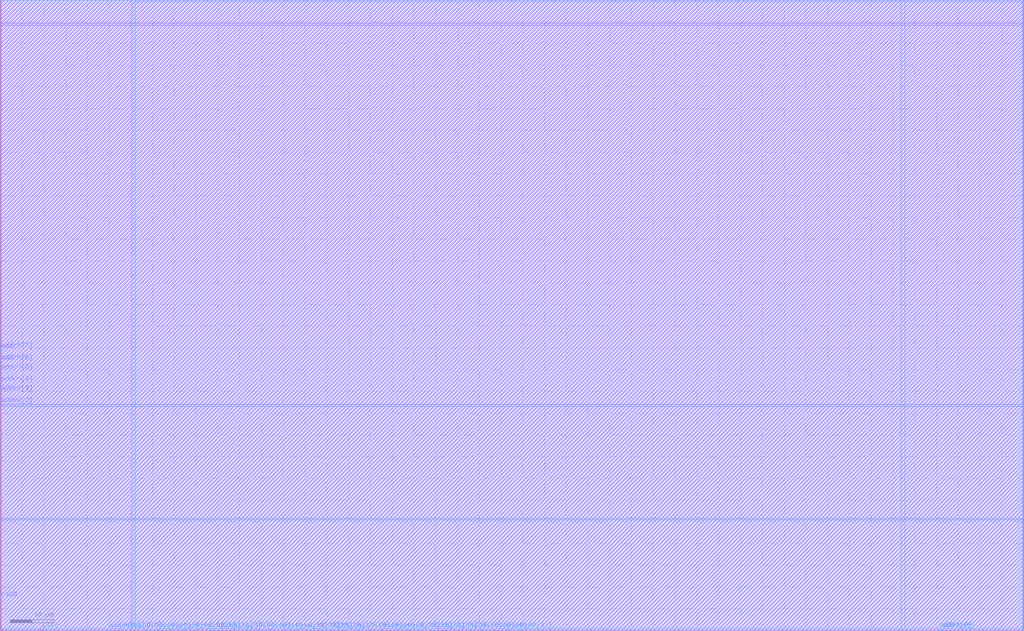
<source format=lef>
VERSION 5.4 ;
NAMESCASESENSITIVE ON ;
BUSBITCHARS "[]" ;
DIVIDERCHAR "/" ;
UNITS
  DATABASE MICRONS 2000 ;
END UNITS
MACRO sram_0rw1r1w_32_256_freepdk45
   CLASS BLOCK ;
   SIZE 235.065 BY 145.01 ;
   SYMMETRY X Y R90 ;
   PIN din0[0]
      DIRECTION INPUT ;
      PORT
         LAYER metal4 ;
         RECT  30.5625 0.0 30.7025 0.14 ;
      END
   END din0[0]
   PIN din0[1]
      DIRECTION INPUT ;
      PORT
         LAYER metal4 ;
         RECT  33.4225 0.0 33.5625 0.14 ;
      END
   END din0[1]
   PIN din0[2]
      DIRECTION INPUT ;
      PORT
         LAYER metal4 ;
         RECT  36.2825 0.0 36.4225 0.14 ;
      END
   END din0[2]
   PIN din0[3]
      DIRECTION INPUT ;
      PORT
         LAYER metal4 ;
         RECT  39.1425 0.0 39.2825 0.14 ;
      END
   END din0[3]
   PIN din0[4]
      DIRECTION INPUT ;
      PORT
         LAYER metal4 ;
         RECT  42.0025 0.0 42.1425 0.14 ;
      END
   END din0[4]
   PIN din0[5]
      DIRECTION INPUT ;
      PORT
         LAYER metal4 ;
         RECT  44.8625 0.0 45.0025 0.14 ;
      END
   END din0[5]
   PIN din0[6]
      DIRECTION INPUT ;
      PORT
         LAYER metal4 ;
         RECT  47.7225 0.0 47.8625 0.14 ;
      END
   END din0[6]
   PIN din0[7]
      DIRECTION INPUT ;
      PORT
         LAYER metal4 ;
         RECT  50.5825 0.0 50.7225 0.14 ;
      END
   END din0[7]
   PIN din0[8]
      DIRECTION INPUT ;
      PORT
         LAYER metal4 ;
         RECT  53.4425 0.0 53.5825 0.14 ;
      END
   END din0[8]
   PIN din0[9]
      DIRECTION INPUT ;
      PORT
         LAYER metal4 ;
         RECT  56.3025 0.0 56.4425 0.14 ;
      END
   END din0[9]
   PIN din0[10]
      DIRECTION INPUT ;
      PORT
         LAYER metal4 ;
         RECT  59.1625 0.0 59.3025 0.14 ;
      END
   END din0[10]
   PIN din0[11]
      DIRECTION INPUT ;
      PORT
         LAYER metal4 ;
         RECT  62.0225 0.0 62.1625 0.14 ;
      END
   END din0[11]
   PIN din0[12]
      DIRECTION INPUT ;
      PORT
         LAYER metal4 ;
         RECT  64.8825 0.0 65.0225 0.14 ;
      END
   END din0[12]
   PIN din0[13]
      DIRECTION INPUT ;
      PORT
         LAYER metal4 ;
         RECT  67.7425 0.0 67.8825 0.14 ;
      END
   END din0[13]
   PIN din0[14]
      DIRECTION INPUT ;
      PORT
         LAYER metal4 ;
         RECT  70.6025 0.0 70.7425 0.14 ;
      END
   END din0[14]
   PIN din0[15]
      DIRECTION INPUT ;
      PORT
         LAYER metal4 ;
         RECT  73.4625 0.0 73.6025 0.14 ;
      END
   END din0[15]
   PIN din0[16]
      DIRECTION INPUT ;
      PORT
         LAYER metal4 ;
         RECT  76.3225 0.0 76.4625 0.14 ;
      END
   END din0[16]
   PIN din0[17]
      DIRECTION INPUT ;
      PORT
         LAYER metal4 ;
         RECT  79.1825 0.0 79.3225 0.14 ;
      END
   END din0[17]
   PIN din0[18]
      DIRECTION INPUT ;
      PORT
         LAYER metal4 ;
         RECT  82.0425 0.0 82.1825 0.14 ;
      END
   END din0[18]
   PIN din0[19]
      DIRECTION INPUT ;
      PORT
         LAYER metal4 ;
         RECT  84.9025 0.0 85.0425 0.14 ;
      END
   END din0[19]
   PIN din0[20]
      DIRECTION INPUT ;
      PORT
         LAYER metal4 ;
         RECT  87.7625 0.0 87.9025 0.14 ;
      END
   END din0[20]
   PIN din0[21]
      DIRECTION INPUT ;
      PORT
         LAYER metal4 ;
         RECT  90.6225 0.0 90.7625 0.14 ;
      END
   END din0[21]
   PIN din0[22]
      DIRECTION INPUT ;
      PORT
         LAYER metal4 ;
         RECT  93.4825 0.0 93.6225 0.14 ;
      END
   END din0[22]
   PIN din0[23]
      DIRECTION INPUT ;
      PORT
         LAYER metal4 ;
         RECT  96.3425 0.0 96.4825 0.14 ;
      END
   END din0[23]
   PIN din0[24]
      DIRECTION INPUT ;
      PORT
         LAYER metal4 ;
         RECT  99.2025 0.0 99.3425 0.14 ;
      END
   END din0[24]
   PIN din0[25]
      DIRECTION INPUT ;
      PORT
         LAYER metal4 ;
         RECT  102.0625 0.0 102.2025 0.14 ;
      END
   END din0[25]
   PIN din0[26]
      DIRECTION INPUT ;
      PORT
         LAYER metal4 ;
         RECT  104.9225 0.0 105.0625 0.14 ;
      END
   END din0[26]
   PIN din0[27]
      DIRECTION INPUT ;
      PORT
         LAYER metal4 ;
         RECT  107.7825 0.0 107.9225 0.14 ;
      END
   END din0[27]
   PIN din0[28]
      DIRECTION INPUT ;
      PORT
         LAYER metal4 ;
         RECT  110.6425 0.0 110.7825 0.14 ;
      END
   END din0[28]
   PIN din0[29]
      DIRECTION INPUT ;
      PORT
         LAYER metal4 ;
         RECT  113.5025 0.0 113.6425 0.14 ;
      END
   END din0[29]
   PIN din0[30]
      DIRECTION INPUT ;
      PORT
         LAYER metal4 ;
         RECT  116.3625 0.0 116.5025 0.14 ;
      END
   END din0[30]
   PIN din0[31]
      DIRECTION INPUT ;
      PORT
         LAYER metal4 ;
         RECT  119.2225 0.0 119.3625 0.14 ;
      END
   END din0[31]
   PIN addr0[0]
      DIRECTION INPUT ;
      PORT
         LAYER metal4 ;
         RECT  24.8425 0.0 24.9825 0.14 ;
      END
   END addr0[0]
   PIN addr0[1]
      DIRECTION INPUT ;
      PORT
         LAYER metal4 ;
         RECT  27.7025 0.0 27.8425 0.14 ;
      END
   END addr0[1]
   PIN addr0[2]
      DIRECTION INPUT ;
      PORT
         LAYER metal3 ;
         RECT  0.0 51.71 0.14 51.85 ;
      END
   END addr0[2]
   PIN addr0[3]
      DIRECTION INPUT ;
      PORT
         LAYER metal3 ;
         RECT  0.0 54.44 0.14 54.58 ;
      END
   END addr0[3]
   PIN addr0[4]
      DIRECTION INPUT ;
      PORT
         LAYER metal3 ;
         RECT  0.0 56.65 0.14 56.79 ;
      END
   END addr0[4]
   PIN addr0[5]
      DIRECTION INPUT ;
      PORT
         LAYER metal3 ;
         RECT  0.0 59.38 0.14 59.52 ;
      END
   END addr0[5]
   PIN addr0[6]
      DIRECTION INPUT ;
      PORT
         LAYER metal3 ;
         RECT  0.0 61.59 0.14 61.73 ;
      END
   END addr0[6]
   PIN addr0[7]
      DIRECTION INPUT ;
      PORT
         LAYER metal3 ;
         RECT  0.0 64.32 0.14 64.46 ;
      END
   END addr0[7]
   PIN addr1[0]
      DIRECTION INPUT ;
      PORT
         LAYER metal4 ;
         RECT  207.2225 144.87 207.3625 145.01 ;
      END
   END addr1[0]
   PIN addr1[1]
      DIRECTION INPUT ;
      PORT
         LAYER metal4 ;
         RECT  204.3625 144.87 204.5025 145.01 ;
      END
   END addr1[1]
   PIN addr1[2]
      DIRECTION INPUT ;
      PORT
         LAYER metal3 ;
         RECT  234.925 25.58 235.065 25.72 ;
      END
   END addr1[2]
   PIN addr1[3]
      DIRECTION INPUT ;
      PORT
         LAYER metal3 ;
         RECT  234.925 22.85 235.065 22.99 ;
      END
   END addr1[3]
   PIN addr1[4]
      DIRECTION INPUT ;
      PORT
         LAYER metal3 ;
         RECT  234.925 20.64 235.065 20.78 ;
      END
   END addr1[4]
   PIN addr1[5]
      DIRECTION INPUT ;
      PORT
         LAYER metal4 ;
         RECT  216.37 0.0 216.51 0.14 ;
      END
   END addr1[5]
   PIN addr1[6]
      DIRECTION INPUT ;
      PORT
         LAYER metal4 ;
         RECT  215.515 0.0 215.655 0.14 ;
      END
   END addr1[6]
   PIN addr1[7]
      DIRECTION INPUT ;
      PORT
         LAYER metal4 ;
         RECT  215.8 0.0 215.94 0.14 ;
      END
   END addr1[7]
   PIN csb0
      DIRECTION INPUT ;
      PORT
         LAYER metal3 ;
         RECT  0.0 7.12 0.14 7.26 ;
      END
   END csb0
   PIN csb1
      DIRECTION INPUT ;
      PORT
         LAYER metal3 ;
         RECT  234.925 139.28 235.065 139.42 ;
      END
   END csb1
   PIN clk0
      DIRECTION INPUT ;
      PORT
         LAYER metal4 ;
         RECT  9.56 0.0 9.7 0.14 ;
      END
   END clk0
   PIN clk1
      DIRECTION INPUT ;
      PORT
         LAYER metal4 ;
         RECT  225.365 144.87 225.505 145.01 ;
      END
   END clk1
   PIN dout1[0]
      DIRECTION OUTPUT ;
      PORT
         LAYER metal4 ;
         RECT  42.1925 144.87 42.3325 145.01 ;
      END
   END dout1[0]
   PIN dout1[1]
      DIRECTION OUTPUT ;
      PORT
         LAYER metal4 ;
         RECT  46.8925 144.87 47.0325 145.01 ;
      END
   END dout1[1]
   PIN dout1[2]
      DIRECTION OUTPUT ;
      PORT
         LAYER metal4 ;
         RECT  51.5925 144.87 51.7325 145.01 ;
      END
   END dout1[2]
   PIN dout1[3]
      DIRECTION OUTPUT ;
      PORT
         LAYER metal4 ;
         RECT  56.2925 144.87 56.4325 145.01 ;
      END
   END dout1[3]
   PIN dout1[4]
      DIRECTION OUTPUT ;
      PORT
         LAYER metal4 ;
         RECT  60.9925 144.87 61.1325 145.01 ;
      END
   END dout1[4]
   PIN dout1[5]
      DIRECTION OUTPUT ;
      PORT
         LAYER metal4 ;
         RECT  65.6925 144.87 65.8325 145.01 ;
      END
   END dout1[5]
   PIN dout1[6]
      DIRECTION OUTPUT ;
      PORT
         LAYER metal4 ;
         RECT  70.3925 144.87 70.5325 145.01 ;
      END
   END dout1[6]
   PIN dout1[7]
      DIRECTION OUTPUT ;
      PORT
         LAYER metal4 ;
         RECT  75.0925 144.87 75.2325 145.01 ;
      END
   END dout1[7]
   PIN dout1[8]
      DIRECTION OUTPUT ;
      PORT
         LAYER metal4 ;
         RECT  79.7925 144.87 79.9325 145.01 ;
      END
   END dout1[8]
   PIN dout1[9]
      DIRECTION OUTPUT ;
      PORT
         LAYER metal4 ;
         RECT  84.4925 144.87 84.6325 145.01 ;
      END
   END dout1[9]
   PIN dout1[10]
      DIRECTION OUTPUT ;
      PORT
         LAYER metal4 ;
         RECT  89.1925 144.87 89.3325 145.01 ;
      END
   END dout1[10]
   PIN dout1[11]
      DIRECTION OUTPUT ;
      PORT
         LAYER metal4 ;
         RECT  93.8925 144.87 94.0325 145.01 ;
      END
   END dout1[11]
   PIN dout1[12]
      DIRECTION OUTPUT ;
      PORT
         LAYER metal4 ;
         RECT  98.5925 144.87 98.7325 145.01 ;
      END
   END dout1[12]
   PIN dout1[13]
      DIRECTION OUTPUT ;
      PORT
         LAYER metal4 ;
         RECT  103.2925 144.87 103.4325 145.01 ;
      END
   END dout1[13]
   PIN dout1[14]
      DIRECTION OUTPUT ;
      PORT
         LAYER metal4 ;
         RECT  107.9925 144.87 108.1325 145.01 ;
      END
   END dout1[14]
   PIN dout1[15]
      DIRECTION OUTPUT ;
      PORT
         LAYER metal4 ;
         RECT  112.6925 144.87 112.8325 145.01 ;
      END
   END dout1[15]
   PIN dout1[16]
      DIRECTION OUTPUT ;
      PORT
         LAYER metal4 ;
         RECT  117.3925 144.87 117.5325 145.01 ;
      END
   END dout1[16]
   PIN dout1[17]
      DIRECTION OUTPUT ;
      PORT
         LAYER metal4 ;
         RECT  122.0925 144.87 122.2325 145.01 ;
      END
   END dout1[17]
   PIN dout1[18]
      DIRECTION OUTPUT ;
      PORT
         LAYER metal4 ;
         RECT  126.7925 144.87 126.9325 145.01 ;
      END
   END dout1[18]
   PIN dout1[19]
      DIRECTION OUTPUT ;
      PORT
         LAYER metal4 ;
         RECT  131.4925 144.87 131.6325 145.01 ;
      END
   END dout1[19]
   PIN dout1[20]
      DIRECTION OUTPUT ;
      PORT
         LAYER metal4 ;
         RECT  136.1925 144.87 136.3325 145.01 ;
      END
   END dout1[20]
   PIN dout1[21]
      DIRECTION OUTPUT ;
      PORT
         LAYER metal4 ;
         RECT  140.8925 144.87 141.0325 145.01 ;
      END
   END dout1[21]
   PIN dout1[22]
      DIRECTION OUTPUT ;
      PORT
         LAYER metal4 ;
         RECT  145.5925 144.87 145.7325 145.01 ;
      END
   END dout1[22]
   PIN dout1[23]
      DIRECTION OUTPUT ;
      PORT
         LAYER metal4 ;
         RECT  150.2925 144.87 150.4325 145.01 ;
      END
   END dout1[23]
   PIN dout1[24]
      DIRECTION OUTPUT ;
      PORT
         LAYER metal4 ;
         RECT  154.9925 144.87 155.1325 145.01 ;
      END
   END dout1[24]
   PIN dout1[25]
      DIRECTION OUTPUT ;
      PORT
         LAYER metal4 ;
         RECT  159.6925 144.87 159.8325 145.01 ;
      END
   END dout1[25]
   PIN dout1[26]
      DIRECTION OUTPUT ;
      PORT
         LAYER metal4 ;
         RECT  164.3925 144.87 164.5325 145.01 ;
      END
   END dout1[26]
   PIN dout1[27]
      DIRECTION OUTPUT ;
      PORT
         LAYER metal4 ;
         RECT  169.0925 144.87 169.2325 145.01 ;
      END
   END dout1[27]
   PIN dout1[28]
      DIRECTION OUTPUT ;
      PORT
         LAYER metal4 ;
         RECT  173.7925 144.87 173.9325 145.01 ;
      END
   END dout1[28]
   PIN dout1[29]
      DIRECTION OUTPUT ;
      PORT
         LAYER metal4 ;
         RECT  178.4925 144.87 178.6325 145.01 ;
      END
   END dout1[29]
   PIN dout1[30]
      DIRECTION OUTPUT ;
      PORT
         LAYER metal4 ;
         RECT  183.1925 144.87 183.3325 145.01 ;
      END
   END dout1[30]
   PIN dout1[31]
      DIRECTION OUTPUT ;
      PORT
         LAYER metal4 ;
         RECT  187.8925 144.87 188.0325 145.01 ;
      END
   END dout1[31]
   PIN vdd
      DIRECTION INOUT ;
      USE POWER ; 
      SHAPE ABUTMENT ; 
      PORT
      END
   END vdd
   PIN gnd
      DIRECTION INOUT ;
      USE GROUND ; 
      SHAPE ABUTMENT ; 
      PORT
      END
   END gnd
   OBS
   LAYER  metal1 ;
      RECT  0.14 0.14 234.925 144.87 ;
   LAYER  metal2 ;
      RECT  0.14 0.14 234.925 144.87 ;
   LAYER  metal3 ;
      RECT  0.28 51.57 234.925 51.99 ;
      RECT  0.14 51.99 0.28 54.3 ;
      RECT  0.14 54.72 0.28 56.51 ;
      RECT  0.14 56.93 0.28 59.24 ;
      RECT  0.14 59.66 0.28 61.45 ;
      RECT  0.14 61.87 0.28 64.18 ;
      RECT  0.14 64.6 0.28 144.87 ;
      RECT  0.28 0.14 234.785 25.44 ;
      RECT  0.28 25.44 234.785 25.86 ;
      RECT  0.28 25.86 234.785 51.57 ;
      RECT  234.785 25.86 234.925 51.57 ;
      RECT  234.785 23.13 234.925 25.44 ;
      RECT  234.785 0.14 234.925 20.5 ;
      RECT  234.785 20.92 234.925 22.71 ;
      RECT  0.14 0.14 0.28 6.98 ;
      RECT  0.14 7.4 0.28 51.57 ;
      RECT  0.28 51.99 234.785 139.14 ;
      RECT  0.28 139.14 234.785 139.56 ;
      RECT  0.28 139.56 234.785 144.87 ;
      RECT  234.785 51.99 234.925 139.14 ;
      RECT  234.785 139.56 234.925 144.87 ;
   LAYER  metal4 ;
      RECT  0.14 0.42 30.2825 144.87 ;
      RECT  30.2825 0.42 30.9825 144.87 ;
      RECT  30.9825 0.14 33.1425 0.42 ;
      RECT  33.8425 0.14 36.0025 0.42 ;
      RECT  36.7025 0.14 38.8625 0.42 ;
      RECT  39.5625 0.14 41.7225 0.42 ;
      RECT  42.4225 0.14 44.5825 0.42 ;
      RECT  45.2825 0.14 47.4425 0.42 ;
      RECT  48.1425 0.14 50.3025 0.42 ;
      RECT  51.0025 0.14 53.1625 0.42 ;
      RECT  53.8625 0.14 56.0225 0.42 ;
      RECT  56.7225 0.14 58.8825 0.42 ;
      RECT  59.5825 0.14 61.7425 0.42 ;
      RECT  62.4425 0.14 64.6025 0.42 ;
      RECT  65.3025 0.14 67.4625 0.42 ;
      RECT  68.1625 0.14 70.3225 0.42 ;
      RECT  71.0225 0.14 73.1825 0.42 ;
      RECT  73.8825 0.14 76.0425 0.42 ;
      RECT  76.7425 0.14 78.9025 0.42 ;
      RECT  79.6025 0.14 81.7625 0.42 ;
      RECT  82.4625 0.14 84.6225 0.42 ;
      RECT  85.3225 0.14 87.4825 0.42 ;
      RECT  88.1825 0.14 90.3425 0.42 ;
      RECT  91.0425 0.14 93.2025 0.42 ;
      RECT  93.9025 0.14 96.0625 0.42 ;
      RECT  96.7625 0.14 98.9225 0.42 ;
      RECT  99.6225 0.14 101.7825 0.42 ;
      RECT  102.4825 0.14 104.6425 0.42 ;
      RECT  105.3425 0.14 107.5025 0.42 ;
      RECT  108.2025 0.14 110.3625 0.42 ;
      RECT  111.0625 0.14 113.2225 0.42 ;
      RECT  113.9225 0.14 116.0825 0.42 ;
      RECT  116.7825 0.14 118.9425 0.42 ;
      RECT  25.2625 0.14 27.4225 0.42 ;
      RECT  28.1225 0.14 30.2825 0.42 ;
      RECT  30.9825 0.42 206.9425 144.59 ;
      RECT  206.9425 0.42 207.6425 144.59 ;
      RECT  207.6425 0.42 234.925 144.59 ;
      RECT  204.7825 144.59 206.9425 144.87 ;
      RECT  216.79 0.14 234.925 0.42 ;
      RECT  119.6425 0.14 215.235 0.42 ;
      RECT  0.14 0.14 9.28 0.42 ;
      RECT  9.98 0.14 24.5625 0.42 ;
      RECT  207.6425 144.59 225.085 144.87 ;
      RECT  225.785 144.59 234.925 144.87 ;
      RECT  30.9825 144.59 41.9125 144.87 ;
      RECT  42.6125 144.59 46.6125 144.87 ;
      RECT  47.3125 144.59 51.3125 144.87 ;
      RECT  52.0125 144.59 56.0125 144.87 ;
      RECT  56.7125 144.59 60.7125 144.87 ;
      RECT  61.4125 144.59 65.4125 144.87 ;
      RECT  66.1125 144.59 70.1125 144.87 ;
      RECT  70.8125 144.59 74.8125 144.87 ;
      RECT  75.5125 144.59 79.5125 144.87 ;
      RECT  80.2125 144.59 84.2125 144.87 ;
      RECT  84.9125 144.59 88.9125 144.87 ;
      RECT  89.6125 144.59 93.6125 144.87 ;
      RECT  94.3125 144.59 98.3125 144.87 ;
      RECT  99.0125 144.59 103.0125 144.87 ;
      RECT  103.7125 144.59 107.7125 144.87 ;
      RECT  108.4125 144.59 112.4125 144.87 ;
      RECT  113.1125 144.59 117.1125 144.87 ;
      RECT  117.8125 144.59 121.8125 144.87 ;
      RECT  122.5125 144.59 126.5125 144.87 ;
      RECT  127.2125 144.59 131.2125 144.87 ;
      RECT  131.9125 144.59 135.9125 144.87 ;
      RECT  136.6125 144.59 140.6125 144.87 ;
      RECT  141.3125 144.59 145.3125 144.87 ;
      RECT  146.0125 144.59 150.0125 144.87 ;
      RECT  150.7125 144.59 154.7125 144.87 ;
      RECT  155.4125 144.59 159.4125 144.87 ;
      RECT  160.1125 144.59 164.1125 144.87 ;
      RECT  164.8125 144.59 168.8125 144.87 ;
      RECT  169.5125 144.59 173.5125 144.87 ;
      RECT  174.2125 144.59 178.2125 144.87 ;
      RECT  178.9125 144.59 182.9125 144.87 ;
      RECT  183.6125 144.59 187.6125 144.87 ;
      RECT  188.3125 144.59 204.0825 144.87 ;
   END
END    sram_0rw1r1w_32_256_freepdk45
END    LIBRARY

</source>
